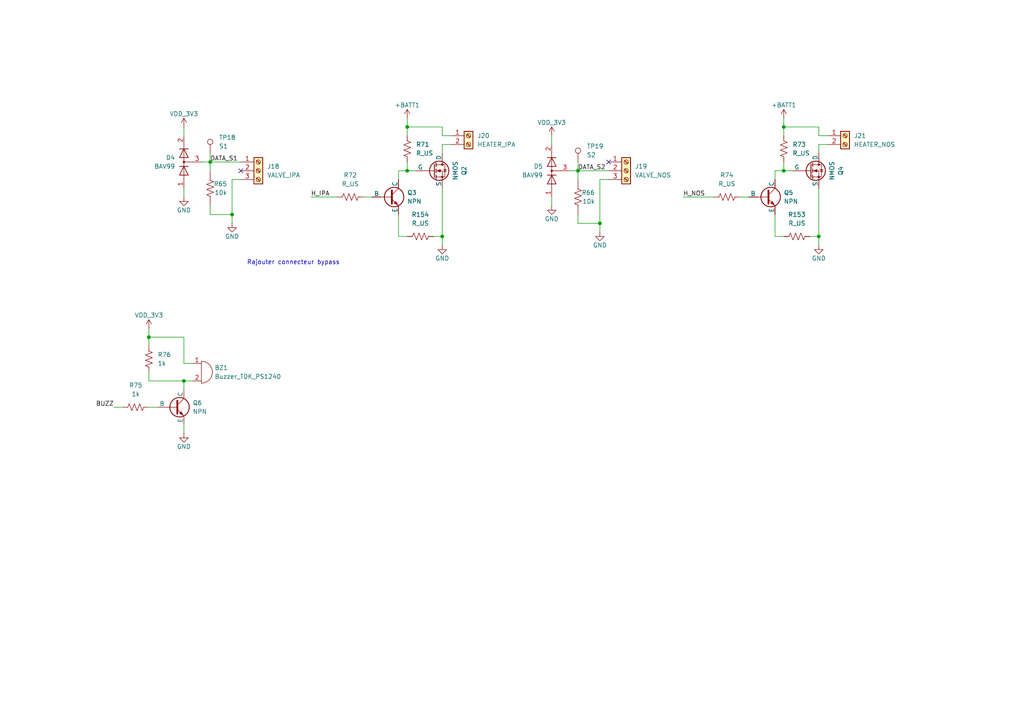
<source format=kicad_sch>
(kicad_sch (version 20250114) (generator "eeschema") (generator_version "9.0")
  (paper "A4")
  (lib_symbols
    (symbol "0CSL_D1_V1:Buzzer_TDK_PS1240" (pin_names (offset 0.0254) (hide yes))
      (property "Reference" "BZ" (at 3.81 1.27 0))
      (property "Value" "Buzzer_TDK_PS1240" (at 3.81 -1.27 0))
      (symbol "Buzzer_TDK_PS1240_0_1"
        (arc (start 0 3.175) (mid 3.1612 0) (end 0 -3.175))
        (polyline (pts (xy 0 3.175) (xy 0 -3.175)))
      )
      (symbol "Buzzer_TDK_PS1240_1_1"
        (pin passive line (at -2.54 2.54 0) (length 2.54) (name "1") (number "1"))
        (pin passive line (at -2.54 -2.54 0) (length 2.54) (name "2") (number "2"))
      )
    )
    (symbol "0CSL_D1_V1:RES0603" (pin_numbers (hide yes)) (pin_names (offset 0))
      (property "Reference" "R" (at 2.54 0 90))
      (property "Value" "RES0603" (at -2.54 0 90))
      (symbol "RES0603_0_1"
        (polyline (pts (xy 0 2.286) (xy 0 2.54)))
        (polyline (pts (xy 0 2.286) (xy 1.016 1.905) (xy 0 1.524) (xy -1.016 1.143) (xy 0 0.762)))
        (polyline (pts (xy 0 0.762) (xy 1.016 0.381) (xy 0 0) (xy -1.016 -0.381) (xy 0 -0.762)))
        (polyline (pts (xy 0 -0.762) (xy 1.016 -1.143) (xy 0 -1.524) (xy -1.016 -1.905) (xy 0 -2.286)))
        (polyline (pts (xy 0 -2.286) (xy 0 -2.54)))
      )
      (symbol "RES0603_1_1"
        (pin passive line (at 0 5.08 270) (length 2.54) (name "~") (number "1"))
        (pin passive line (at 0 -5.08 90) (length 2.54) (name "~") (number "2"))
      )
    )
    (symbol "Connector:Screw_Terminal_01x02" (pin_names (offset 1.016) (hide yes))
      (property "Reference" "J" (at 0 2.54 0))
      (property "Value" "Screw_Terminal_01x02" (at 0 -5.08 0))
      (symbol "Screw_Terminal_01x02_1_1"
        (rectangle (start -1.27 1.27) (end 1.27 -3.81) (stroke (width 0.254)) (fill (type background)))
        (polyline (pts (xy -0.5334 0.3302) (xy 0.3302 -0.508)) (stroke (width 0.1524)))
        (polyline (pts (xy -0.5334 -2.2098) (xy 0.3302 -3.048)) (stroke (width 0.1524)))
        (polyline (pts (xy -0.3556 0.508) (xy 0.508 -0.3302)) (stroke (width 0.1524)))
        (polyline (pts (xy -0.3556 -2.032) (xy 0.508 -2.8702)) (stroke (width 0.1524)))
        (circle (center 0 0) (radius 0.635) (stroke (width 0.1524)))
        (circle (center 0 -2.54) (radius 0.635) (stroke (width 0.1524)))
        (pin passive line (at -5.08 0 0) (length 3.81) (name "Pin_1") (number "1"))
        (pin passive line (at -5.08 -2.54 0) (length 3.81) (name "Pin_2") (number "2"))
      )
    )
    (symbol "Connector:Screw_Terminal_01x03" (pin_names (offset 1.016) (hide yes))
      (property "Reference" "J" (at 0 5.08 0))
      (property "Value" "Screw_Terminal_01x03" (at 0 -5.08 0))
      (symbol "Screw_Terminal_01x03_1_1"
        (rectangle (start -1.27 3.81) (end 1.27 -3.81) (stroke (width 0.254)) (fill (type background)))
        (polyline (pts (xy -0.5334 2.8702) (xy 0.3302 2.032)) (stroke (width 0.1524)))
        (polyline (pts (xy -0.5334 0.3302) (xy 0.3302 -0.508)) (stroke (width 0.1524)))
        (polyline (pts (xy -0.5334 -2.2098) (xy 0.3302 -3.048)) (stroke (width 0.1524)))
        (polyline (pts (xy -0.3556 3.048) (xy 0.508 2.2098)) (stroke (width 0.1524)))
        (polyline (pts (xy -0.3556 0.508) (xy 0.508 -0.3302)) (stroke (width 0.1524)))
        (polyline (pts (xy -0.3556 -2.032) (xy 0.508 -2.8702)) (stroke (width 0.1524)))
        (circle (center 0 2.54) (radius 0.635) (stroke (width 0.1524)))
        (circle (center 0 0) (radius 0.635) (stroke (width 0.1524)))
        (circle (center 0 -2.54) (radius 0.635) (stroke (width 0.1524)))
        (pin passive line (at -5.08 2.54 0) (length 3.81) (name "Pin_1") (number "1"))
        (pin passive line (at -5.08 0 0) (length 3.81) (name "Pin_2") (number "2"))
        (pin passive line (at -5.08 -2.54 0) (length 3.81) (name "Pin_3") (number "3"))
      )
    )
    (symbol "Connector:TestPoint" (pin_numbers (hide yes)) (pin_names (offset 0.762) (hide yes))
      (property "Reference" "TP" (at 0 6.858 0))
      (property "Value" "TestPoint" (at 0 5.08 0))
      (symbol "TestPoint_0_1"
        (circle (center 0 3.302) (radius 0.762))
      )
      (symbol "TestPoint_1_1"
        (pin passive line (at 0 0 90) (length 2.54) (name "1") (number "1"))
      )
    )
    (symbol "Device:R_US" (pin_numbers (hide yes)) (pin_names (offset 0))
      (property "Reference" "R" (at 2.54 0 90))
      (property "Value" "R_US" (at -2.54 0 90))
      (symbol "R_US_0_1"
        (polyline (pts (xy 0 2.286) (xy 0 2.54)))
        (polyline (pts (xy 0 2.286) (xy 1.016 1.905) (xy 0 1.524) (xy -1.016 1.143) (xy 0 0.762)))
        (polyline (pts (xy 0 0.762) (xy 1.016 0.381) (xy 0 0) (xy -1.016 -0.381) (xy 0 -0.762)))
        (polyline (pts (xy 0 -0.762) (xy 1.016 -1.143) (xy 0 -1.524) (xy -1.016 -1.905) (xy 0 -2.286)))
        (polyline (pts (xy 0 -2.286) (xy 0 -2.54)))
      )
      (symbol "R_US_1_1"
        (pin passive line (at 0 3.81 270) (length 1.27) (name "~") (number "1"))
        (pin passive line (at 0 -3.81 90) (length 1.27) (name "~") (number "2"))
      )
    )
    (symbol "Diode:BAV99" (pin_names (hide yes))
      (property "Reference" "D" (at 0 5.08 0))
      (property "Value" "BAV99" (at 0 2.54 0))
      (symbol "BAV99_0_1"
        (polyline (pts (xy -5.08 0) (xy 5.08 0)))
      )
      (symbol "BAV99_1_1"
        (polyline (pts (xy -3.81 1.27) (xy -1.27 0) (xy -3.81 -1.27) (xy -3.81 1.27) (xy -3.81 1.27) (xy -3.81 1.27)) (stroke (width 0.2032)))
        (polyline (pts (xy -1.27 -1.27) (xy -1.27 1.27) (xy -1.27 1.27)) (stroke (width 0.2032)))
        (polyline (pts (xy 0 0) (xy 0 -2.54)))
        (circle (center 0 0) (radius 0.254) (fill (type outline)))
        (polyline (pts (xy 1.27 1.27) (xy 3.81 0) (xy 1.27 -1.27) (xy 1.27 1.27) (xy 1.27 1.27) (xy 1.27 1.27)) (stroke (width 0.2032)))
        (polyline (pts (xy 3.81 1.27) (xy 3.81 -1.27) (xy 3.81 -1.27)) (stroke (width 0.2032)))
        (pin passive line (at -7.62 0 0) (length 2.54) (name "K") (number "1"))
        (pin passive line (at 0 -5.08 90) (length 2.54) (name "K") (number "3"))
        (pin passive line (at 7.62 0 180) (length 2.54) (name "A") (number "2"))
      )
    )
    (symbol "Simulation_SPICE:NMOS" (pin_numbers (hide yes)) (pin_names (offset 0))
      (property "Reference" "Q" (at 5.08 1.27 0))
      (property "Value" "NMOS" (at 5.08 -1.27 0))
      (symbol "NMOS_0_1"
        (polyline (pts (xy 0.254 1.905) (xy 0.254 -1.905)) (stroke (width 0.254)))
        (polyline (pts (xy 0.254 0) (xy -2.54 0)))
        (polyline (pts (xy 0.762 2.286) (xy 0.762 1.27)) (stroke (width 0.254)))
        (polyline (pts (xy 0.762 0.508) (xy 0.762 -0.508)) (stroke (width 0.254)))
        (polyline (pts (xy 0.762 -1.27) (xy 0.762 -2.286)) (stroke (width 0.254)))
        (polyline (pts (xy 0.762 -1.778) (xy 3.302 -1.778) (xy 3.302 1.778) (xy 0.762 1.778)))
        (polyline (pts (xy 1.016 0) (xy 2.032 0.381) (xy 2.032 -0.381) (xy 1.016 0)) (fill (type outline)))
        (circle (center 1.651 0) (radius 2.794) (stroke (width 0.254)))
        (polyline (pts (xy 2.54 2.54) (xy 2.54 1.778)))
        (circle (center 2.54 1.778) (radius 0.254) (fill (type outline)))
        (circle (center 2.54 -1.778) (radius 0.254) (fill (type outline)))
        (polyline (pts (xy 2.54 -2.54) (xy 2.54 0) (xy 0.762 0)))
        (polyline (pts (xy 2.794 0.508) (xy 2.921 0.381) (xy 3.683 0.381) (xy 3.81 0.254)))
        (polyline (pts (xy 3.302 0.381) (xy 2.921 -0.254) (xy 3.683 -0.254) (xy 3.302 0.381)))
      )
      (symbol "NMOS_1_1"
        (pin input line (at -5.08 0 0) (length 2.54) (name "G") (number "2"))
        (pin passive line (at 2.54 5.08 270) (length 2.54) (name "D") (number "1"))
        (pin passive line (at 2.54 -5.08 90) (length 2.54) (name "S") (number "3"))
      )
    )
    (symbol "Simulation_SPICE:NPN" (pin_numbers (hide yes)) (pin_names (offset 0))
      (property "Reference" "Q" (at -2.54 7.62 0))
      (property "Value" "NPN" (at -2.54 5.08 0))
      (symbol "NPN_0_1"
        (polyline (pts (xy -2.54 0) (xy 0.635 0)) (stroke (width 0.1524)))
        (polyline (pts (xy 0.635 1.905) (xy 0.635 -1.905) (xy 0.635 -1.905)) (stroke (width 0.508)))
        (polyline (pts (xy 0.635 0.635) (xy 2.54 2.54)))
        (polyline (pts (xy 0.635 -0.635) (xy 2.54 -2.54) (xy 2.54 -2.54)))
        (circle (center 1.27 0) (radius 2.8194) (stroke (width 0.254)))
        (polyline (pts (xy 1.27 -1.778) (xy 1.778 -1.27) (xy 2.286 -2.286) (xy 1.27 -1.778) (xy 1.27 -1.778)) (fill (type outline)))
        (polyline (pts (xy 2.794 -1.27) (xy 2.794 -1.27)) (stroke (width 0.1524)))
        (polyline (pts (xy 2.794 -1.27) (xy 2.794 -1.27)) (stroke (width 0.1524)))
      )
      (symbol "NPN_1_1"
        (pin input line (at -5.08 0 0) (length 2.54) (name "B") (number "2"))
        (pin open_collector line (at 2.54 5.08 270) (length 2.54) (name "C") (number "1"))
        (pin open_emitter line (at 2.54 -5.08 90) (length 2.54) (name "E") (number "3"))
      )
    )
    (symbol "power:+BATT" (power) (pin_numbers (hide yes)) (pin_names (offset 0) (hide yes))
      (property "Value" "+BATT" (at 0 3.556 0))
      (symbol "+BATT_0_1"
        (polyline (pts (xy -0.762 1.27) (xy 0 2.54)))
        (polyline (pts (xy 0 2.54) (xy 0.762 1.27)))
        (polyline (pts (xy 0 0) (xy 0 2.54)))
      )
      (symbol "+BATT_1_1"
        (pin power_in line (at 0 0 90) (length 0) (name "~") (number "1"))
      )
    )
    (symbol "power:GND" (power) (pin_numbers (hide yes)) (pin_names (offset 0) (hide yes))
      (property "Value" "GND" (at 0 -3.81 0))
      (symbol "GND_0_1"
        (polyline (pts (xy 0 0) (xy 0 -1.27) (xy 1.27 -1.27) (xy 0 -2.54) (xy -1.27 -1.27) (xy 0 -1.27)))
      )
      (symbol "GND_1_1"
        (pin power_in line (at 0 0 270) (length 0) (name "~") (number "1"))
      )
    )
    (symbol "power:VCC" (power) (pin_numbers (hide yes)) (pin_names (offset 0) (hide yes))
      (property "Value" "VCC" (at 0 3.556 0))
      (symbol "VCC_0_1"
        (polyline (pts (xy -0.762 1.27) (xy 0 2.54)))
        (polyline (pts (xy 0 2.54) (xy 0.762 1.27)))
        (polyline (pts (xy 0 0) (xy 0 2.54)))
      )
      (symbol "VCC_1_1"
        (pin power_in line (at 0 0 90) (length 0) (name "~") (number "1"))
      )
    )
  )
  (text "Rajouter connecteur bypass" (at 85.09 76.2 0) (effects (font (size 1.27 1.27))))
  (junction (at 173.99 64.77))
  (junction (at 67.31 62.23))
  (junction (at 60.96 46.99))
  (junction (at 167.64 49.53))
  (junction (at 227.33 49.53))
  (junction (at 227.33 36.83))
  (junction (at 53.34 110.49))
  (junction (at 237.49 68.58))
  (junction (at 43.18 97.79))
  (junction (at 128.27 68.58))
  (junction (at 118.11 49.53))
  (junction (at 118.11 36.83))
  (no_connect (at 176.53 46.99))
  (no_connect (at 69.85 49.53))
  (wire (pts (xy 227.33 46.99) (xy 227.33 49.53)))
  (wire (pts (xy 237.49 39.37) (xy 240.03 39.37)))
  (wire (pts (xy 214.63 57.15) (xy 217.17 57.15)))
  (wire (pts (xy 167.64 62.23) (xy 167.64 64.77)))
  (wire (pts (xy 198.12 57.15) (xy 207.01 57.15)))
  (wire (pts (xy 53.34 97.79) (xy 53.34 105.41)))
  (wire (pts (xy 234.95 68.58) (xy 237.49 68.58)))
  (wire (pts (xy 237.49 54.61) (xy 237.49 68.58)))
  (wire (pts (xy 67.31 64.77) (xy 67.31 62.23)))
  (wire (pts (xy 90.17 57.15) (xy 97.79 57.15)))
  (wire (pts (xy 165.1 49.53) (xy 167.64 49.53)))
  (wire (pts (xy 115.57 52.07) (xy 115.57 49.53)))
  (wire (pts (xy 227.33 36.83) (xy 227.33 39.37)))
  (wire (pts (xy 43.18 97.79) (xy 43.18 100.33)))
  (wire (pts (xy 58.42 46.99) (xy 60.96 46.99)))
  (wire (pts (xy 227.33 36.83) (xy 237.49 36.83)))
  (wire (pts (xy 227.33 49.53) (xy 229.87 49.53)))
  (wire (pts (xy 105.41 57.15) (xy 107.95 57.15)))
  (wire (pts (xy 173.99 52.07) (xy 176.53 52.07)))
  (wire (pts (xy 160.02 39.37) (xy 160.02 41.91)))
  (wire (pts (xy 237.49 68.58) (xy 237.49 71.12)))
  (wire (pts (xy 173.99 64.77) (xy 167.64 64.77)))
  (wire (pts (xy 237.49 41.91) (xy 237.49 44.45)))
  (wire (pts (xy 43.18 97.79) (xy 53.34 97.79)))
  (wire (pts (xy 167.64 46.99) (xy 167.64 49.53)))
  (wire (pts (xy 128.27 54.61) (xy 128.27 68.58)))
  (wire (pts (xy 118.11 34.29) (xy 118.11 36.83)))
  (wire (pts (xy 118.11 49.53) (xy 120.65 49.53)))
  (wire (pts (xy 60.96 46.99) (xy 60.96 49.53)))
  (wire (pts (xy 43.18 110.49) (xy 53.34 110.49)))
  (wire (pts (xy 224.79 52.07) (xy 224.79 49.53)))
  (wire (pts (xy 224.79 62.23) (xy 224.79 68.58)))
  (wire (pts (xy 53.34 105.41) (xy 55.88 105.41)))
  (wire (pts (xy 115.57 49.53) (xy 118.11 49.53)))
  (wire (pts (xy 128.27 39.37) (xy 130.81 39.37)))
  (wire (pts (xy 53.34 110.49) (xy 53.34 113.03)))
  (wire (pts (xy 67.31 52.07) (xy 69.85 52.07)))
  (wire (pts (xy 167.64 49.53) (xy 167.64 52.07)))
  (wire (pts (xy 53.34 57.15) (xy 53.34 54.61)))
  (wire (pts (xy 118.11 46.99) (xy 118.11 49.53)))
  (wire (pts (xy 60.96 59.69) (xy 60.96 62.23)))
  (wire (pts (xy 240.03 41.91) (xy 237.49 41.91)))
  (wire (pts (xy 55.88 110.49) (xy 53.34 110.49)))
  (wire (pts (xy 115.57 68.58) (xy 118.11 68.58)))
  (wire (pts (xy 60.96 46.99) (xy 69.85 46.99)))
  (wire (pts (xy 67.31 52.07) (xy 67.31 62.23)))
  (wire (pts (xy 53.34 36.83) (xy 53.34 39.37)))
  (wire (pts (xy 125.73 68.58) (xy 128.27 68.58)))
  (wire (pts (xy 60.96 44.45) (xy 60.96 46.99)))
  (wire (pts (xy 33.02 118.11) (xy 35.56 118.11)))
  (wire (pts (xy 173.99 52.07) (xy 173.99 64.77)))
  (wire (pts (xy 43.18 118.11) (xy 45.72 118.11)))
  (wire (pts (xy 118.11 36.83) (xy 128.27 36.83)))
  (wire (pts (xy 128.27 36.83) (xy 128.27 39.37)))
  (wire (pts (xy 173.99 67.31) (xy 173.99 64.77)))
  (wire (pts (xy 167.64 49.53) (xy 176.53 49.53)))
  (wire (pts (xy 67.31 62.23) (xy 60.96 62.23)))
  (wire (pts (xy 130.81 41.91) (xy 128.27 41.91)))
  (wire (pts (xy 43.18 95.25) (xy 43.18 97.79)))
  (wire (pts (xy 227.33 34.29) (xy 227.33 36.83)))
  (wire (pts (xy 224.79 49.53) (xy 227.33 49.53)))
  (wire (pts (xy 128.27 41.91) (xy 128.27 44.45)))
  (wire (pts (xy 115.57 62.23) (xy 115.57 68.58)))
  (wire (pts (xy 53.34 123.19) (xy 53.34 125.73)))
  (wire (pts (xy 118.11 36.83) (xy 118.11 39.37)))
  (wire (pts (xy 43.18 107.95) (xy 43.18 110.49)))
  (wire (pts (xy 128.27 68.58) (xy 128.27 71.12)))
  (wire (pts (xy 237.49 36.83) (xy 237.49 39.37)))
  (wire (pts (xy 224.79 68.58) (xy 227.33 68.58)))
  (wire (pts (xy 160.02 59.69) (xy 160.02 57.15)))
  (label "DATA_S1" (at 60.96 46.99 0))
  (label "BUZZ" (at 33.02 118.11 180))
  (label "H_IPA" (at 90.17 57.15 0))
  (label "H_NOS" (at 198.12 57.15 0))
  (label "DATA_S2" (at 167.64 49.53 0))
  (symbol (lib_id "Connector:Screw_Terminal_01x03") (at 74.93 49.53 0) (unit 1)
    (property "Reference" "J18" (at 77.47 48.2599 0) (effects (justify left)))
    (property "Value" "VALVE_IPA" (at 77.47 50.7999 0) (effects (justify left)))
    (property "Description" "Generic screw terminal, single row, 01x03, script generated (kicad-library-utils/schlib/autogen/connector/)" (effects (hide yes)))
  )
  (symbol (lib_id "Connector:Screw_Terminal_01x03") (at 181.61 49.53 0) (unit 1)
    (property "Reference" "J19" (at 184.15 48.2599 0) (effects (justify left)))
    (property "Value" "VALVE_NOS" (at 184.15 50.7999 0) (effects (justify left)))
    (property "Description" "Generic screw terminal, single row, 01x03, script generated (kicad-library-utils/schlib/autogen/connector/)" (effects (hide yes)))
  )
  (symbol (lib_id "Device:R_US") (at 118.11 43.18 0) (unit 1)
    (property "Reference" "R71" (at 120.65 41.9099 0) (effects (justify left)))
    (property "Value" "R_US" (at 120.65 44.4499 0) (effects (justify left)))
    (property "Footprint" "Resistor_SMD:R_0603_1608Metric" (effects (hide yes)))
    (property "Description" "Resistor, US symbol" (effects (hide yes)))
  )
  (symbol (lib_id "Diode:BAV99") (at 53.34 46.99 90) (unit 1)
    (property "Reference" "D4" (at 50.8 45.7199 90) (effects (justify left)))
    (property "Value" "BAV99" (at 50.8 48.2599 90) (effects (justify left)))
    (property "Footprint" "Package_TO_SOT_SMD:SOT-23" (effects (hide yes)))
    (property "Datasheet" "https://diotec.com/request/datasheet/bav99.pdf" (effects (hide yes)))
    (property "Description" "BAV99 High-speed switching diodes, SOT-23" (effects (hide yes)))
    (property "Part Number" "4878-BAV99CT-ND" (effects (hide yes)))
    (property "Link" "https://www.digikey.ca/en/products/detail/stmicroelectronics/USBLC6-2SC6/1040559" (effects (hide yes)))
  )
  (symbol (lib_id "Connector:Screw_Terminal_01x02") (at 245.11 39.37 0) (unit 1)
    (property "Reference" "J21" (at 247.65 39.3699 0) (effects (justify left)))
    (property "Value" "HEATER_NOS" (at 247.65 41.9099 0) (effects (justify left)))
    (property "Description" "Generic screw terminal, single row, 01x02, script generated (kicad-library-utils/schlib/autogen/connector/)" (effects (hide yes)))
  )
  (symbol (lib_id "Device:R_US") (at 231.14 68.58 270) (unit 1)
    (property "Reference" "R153" (at 231.14 62.23 90))
    (property "Value" "R_US" (at 231.14 64.77 90))
    (property "Footprint" "Resistor_SMD:R_0603_1608Metric" (effects (hide yes)))
    (property "Description" "Resistor, US symbol" (effects (hide yes)))
  )
  (symbol (lib_id "power:VCC") (at 43.18 95.25 0) (unit 1)
    (property "Reference" "#PWR0137" (effects (hide yes)))
    (property "Value" "VDD_3V3" (at 43.18 91.44 0))
    (property "Description" "Power symbol creates a global label with name \"VCC\"" (effects (hide yes)))
  )
  (symbol (lib_id "power:GND") (at 67.31 64.77 0) (unit 1)
    (property "Reference" "#PWR0158" (effects (hide yes)))
    (property "Value" "GND" (at 67.31 68.58 0))
    (property "Description" "Power symbol creates a global label with name \"GND\" , ground" (effects (hide yes)))
  )
  (symbol (lib_id "Simulation_SPICE:NPN") (at 50.8 118.11 0) (unit 1)
    (property "Reference" "Q6" (at 55.88 116.8399 0) (effects (justify left)))
    (property "Value" "NPN" (at 55.88 119.3799 0) (effects (justify left)))
    (property "Datasheet" "https://ngspice.sourceforge.io/docs/ngspice-html-manual/manual.xhtml#cha_BJTs" (effects (hide yes)))
    (property "Description" "Bipolar transistor symbol for simulation only, substrate tied to the emitter" (effects (hide yes)))
    (property "Sim.Device" "NPN" (effects (hide yes)))
    (property "Sim.Type" "GUMMELPOON" (effects (hide yes)))
    (property "Sim.Pins" "1=C 2=B 3=E" (effects (hide yes)))
  )
  (symbol (lib_id "power:GND") (at 160.02 59.69 0) (unit 1)
    (property "Reference" "#PWR099" (effects (hide yes)))
    (property "Value" "GND" (at 160.02 63.5 0))
    (property "Description" "Power symbol creates a global label with name \"GND\" , ground" (effects (hide yes)))
  )
  (symbol (lib_id "Device:R_US") (at 43.18 104.14 0) (unit 1)
    (property "Reference" "R76" (at 45.72 102.8699 0) (effects (justify left)))
    (property "Value" "1k" (at 45.72 105.4099 0) (effects (justify left)))
    (property "Footprint" "Resistor_SMD:R_0603_1608Metric" (effects (hide yes)))
    (property "Description" "Resistor, US symbol" (effects (hide yes)))
  )
  (symbol (lib_id "Connector:TestPoint") (at 167.64 46.99 0) (unit 1)
    (property "Reference" "TP19" (at 170.18 42.4179 0) (effects (justify left)))
    (property "Value" "S2" (at 170.18 44.9579 0) (effects (justify left)))
    (property "Description" "test point" (effects (hide yes)))
  )
  (symbol (lib_id "0CSL_D1_V1:Buzzer_TDK_PS1240") (at 58.42 107.95 0) (unit 1)
    (property "Reference" "BZ1" (at 62.23 106.6799 0) (effects (justify left)))
    (property "Value" "Buzzer_TDK_PS1240" (at 62.23 109.2199 0) (effects (justify left)))
    (property "Footprint" "0CSL_D1_V1:Buzzer_TDK_PS1240P02BT_D12.2mmP5mm" (effects (hide yes)))
    (property "Description" "Buzzers Transducer, Externally Driven Piezo 3 V - 4kHz 60dB @ 3V, 10cm Through Hole PC Pins" (effects (hide yes)))
    (property "Cost" "$0.91" (effects (hide yes)))
    (property "Manufacturer Part Number" "PS1240P02BT" (effects (hide yes)))
    (property "Mfg #1" "TDK Corporation" (effects (hide yes)))
    (property "No Digikey" "445-2525-1-ND" (effects (hide yes)))
    (property "Projet" "PR4_2022 Andre pour Sandrine Lacroix-Pierre" (effects (hide yes)))
    (property "Projet Prealable" "Mod de la lib KiKad" (effects (hide yes)))
  )
  (symbol (lib_id "Device:R_US") (at 121.92 68.58 270) (unit 1)
    (property "Reference" "R154" (at 121.92 62.23 90))
    (property "Value" "R_US" (at 121.92 64.77 90))
    (property "Footprint" "Resistor_SMD:R_0603_1608Metric" (effects (hide yes)))
    (property "Description" "Resistor, US symbol" (effects (hide yes)))
  )
  (symbol (lib_id "0CSL_D1_V1:RES0603") (at 60.96 54.61 0) (unit 1)
    (property "Reference" "R65" (at 61.976 53.34 0) (effects (justify left)))
    (property "Value" "10k" (at 62.23 55.88 0) (effects (justify left)))
    (property "Footprint" "Resistor_SMD:R_0603_1608Metric_Pad0.98x0.95mm_HandSolder" (effects (hide yes)))
    (property "Description" "Resistor, symbole Americain mise en boîte SMD 0603 pour montage manuel" (effects (hide yes)))
    (property "Part Number" "RMCF0603JT10K0CT-ND" (effects (hide yes)))
  )
  (symbol (lib_id "power:GND") (at 128.27 71.12 0) (unit 1)
    (property "Reference" "#PWR0135" (effects (hide yes)))
    (property "Value" "GND" (at 128.27 74.93 0))
    (property "Description" "Power symbol creates a global label with name \"GND\" , ground" (effects (hide yes)))
  )
  (symbol (lib_id "Device:R_US") (at 210.82 57.15 90) (unit 1)
    (property "Reference" "R74" (at 210.82 50.8 90))
    (property "Value" "R_US" (at 210.82 53.34 90))
    (property "Footprint" "Resistor_SMD:R_0603_1608Metric" (effects (hide yes)))
    (property "Description" "Resistor, US symbol" (effects (hide yes)))
  )
  (symbol (lib_id "Simulation_SPICE:NMOS") (at 234.95 49.53 0) (unit 1)
    (property "Reference" "Q4" (at 243.84 49.53 90))
    (property "Value" "NMOS" (at 241.3 49.53 90))
    (property "Datasheet" "https://ngspice.sourceforge.io/docs/ngspice-html-manual/manual.xhtml#cha_MOSFETs" (effects (hide yes)))
    (property "Description" "N-MOSFET transistor, drain/source/gate" (effects (hide yes)))
    (property "Sim.Device" "NMOS" (effects (hide yes)))
    (property "Sim.Type" "VDMOS" (effects (hide yes)))
    (property "Sim.Pins" "1=D 2=G 3=S" (effects (hide yes)))
  )
  (symbol (lib_id "Diode:BAV99") (at 160.02 49.53 90) (unit 1)
    (property "Reference" "D5" (at 157.48 48.2599 90) (effects (justify left)))
    (property "Value" "BAV99" (at 157.48 50.7999 90) (effects (justify left)))
    (property "Footprint" "Package_TO_SOT_SMD:SOT-23" (effects (hide yes)))
    (property "Datasheet" "https://diotec.com/request/datasheet/bav99.pdf" (effects (hide yes)))
    (property "Description" "BAV99 High-speed switching diodes, SOT-23" (effects (hide yes)))
    (property "Part Number" "4878-BAV99CT-ND" (effects (hide yes)))
    (property "Link" "https://www.digikey.ca/en/products/detail/stmicroelectronics/USBLC6-2SC6/1040559" (effects (hide yes)))
  )
  (symbol (lib_id "power:GND") (at 173.99 67.31 0) (unit 1)
    (property "Reference" "#PWR0102" (effects (hide yes)))
    (property "Value" "GND" (at 173.99 71.12 0))
    (property "Description" "Power symbol creates a global label with name \"GND\" , ground" (effects (hide yes)))
  )
  (symbol (lib_id "Device:R_US") (at 101.6 57.15 90) (unit 1)
    (property "Reference" "R72" (at 101.6 50.8 90))
    (property "Value" "R_US" (at 101.6 53.34 90))
    (property "Footprint" "Resistor_SMD:R_0603_1608Metric" (effects (hide yes)))
    (property "Description" "Resistor, US symbol" (effects (hide yes)))
  )
  (symbol (lib_id "Simulation_SPICE:NPN") (at 113.03 57.15 0) (unit 1)
    (property "Reference" "Q3" (at 118.11 55.8799 0) (effects (justify left)))
    (property "Value" "NPN" (at 118.11 58.4199 0) (effects (justify left)))
    (property "Datasheet" "https://ngspice.sourceforge.io/docs/ngspice-html-manual/manual.xhtml#cha_BJTs" (effects (hide yes)))
    (property "Description" "Bipolar transistor symbol for simulation only, substrate tied to the emitter" (effects (hide yes)))
    (property "Sim.Device" "NPN" (effects (hide yes)))
    (property "Sim.Type" "GUMMELPOON" (effects (hide yes)))
    (property "Sim.Pins" "1=C 2=B 3=E" (effects (hide yes)))
  )
  (symbol (lib_id "power:VCC") (at 53.34 36.83 0) (unit 1)
    (property "Reference" "#PWR0132" (effects (hide yes)))
    (property "Value" "VDD_3V3" (at 53.34 33.02 0))
    (property "Description" "Power symbol creates a global label with name \"VCC\"" (effects (hide yes)))
  )
  (symbol (lib_id "power:GND") (at 53.34 57.15 0) (unit 1)
    (property "Reference" "#PWR0157" (effects (hide yes)))
    (property "Value" "GND" (at 53.34 60.96 0))
    (property "Description" "Power symbol creates a global label with name \"GND\" , ground" (effects (hide yes)))
  )
  (symbol (lib_id "Simulation_SPICE:NMOS") (at 125.73 49.53 0) (unit 1)
    (property "Reference" "Q2" (at 134.62 49.53 90))
    (property "Value" "NMOS" (at 132.08 49.53 90))
    (property "Datasheet" "https://ngspice.sourceforge.io/docs/ngspice-html-manual/manual.xhtml#cha_MOSFETs" (effects (hide yes)))
    (property "Description" "N-MOSFET transistor, drain/source/gate" (effects (hide yes)))
    (property "Sim.Device" "NMOS" (effects (hide yes)))
    (property "Sim.Type" "VDMOS" (effects (hide yes)))
    (property "Sim.Pins" "1=D 2=G 3=S" (effects (hide yes)))
  )
  (symbol (lib_id "Connector:TestPoint") (at 60.96 44.45 0) (unit 1)
    (property "Reference" "TP18" (at 63.5 39.8779 0) (effects (justify left)))
    (property "Value" "S1" (at 63.5 42.4179 0) (effects (justify left)))
    (property "Description" "test point" (effects (hide yes)))
  )
  (symbol (lib_id "Simulation_SPICE:NPN") (at 222.25 57.15 0) (unit 1)
    (property "Reference" "Q5" (at 227.33 55.8799 0) (effects (justify left)))
    (property "Value" "NPN" (at 227.33 58.4199 0) (effects (justify left)))
    (property "Datasheet" "https://ngspice.sourceforge.io/docs/ngspice-html-manual/manual.xhtml#cha_BJTs" (effects (hide yes)))
    (property "Description" "Bipolar transistor symbol for simulation only, substrate tied to the emitter" (effects (hide yes)))
    (property "Sim.Device" "NPN" (effects (hide yes)))
    (property "Sim.Type" "GUMMELPOON" (effects (hide yes)))
    (property "Sim.Pins" "1=C 2=B 3=E" (effects (hide yes)))
  )
  (symbol (lib_id "0CSL_D1_V1:RES0603") (at 167.64 57.15 0) (unit 1)
    (property "Reference" "R66" (at 168.656 55.88 0) (effects (justify left)))
    (property "Value" "10k" (at 168.91 58.42 0) (effects (justify left)))
    (property "Footprint" "Resistor_SMD:R_0603_1608Metric_Pad0.98x0.95mm_HandSolder" (effects (hide yes)))
    (property "Description" "Resistor, symbole Americain mise en boîte SMD 0603 pour montage manuel" (effects (hide yes)))
    (property "Part Number" "RMCF0603JT10K0CT-ND" (effects (hide yes)))
  )
  (symbol (lib_id "power:+BATT") (at 227.33 34.29 0) (unit 1)
    (property "Reference" "#PWR0143" (effects (hide yes)))
    (property "Value" "+BATT1" (at 227.33 30.48 0))
    (property "Description" "Power symbol creates a global label with name \"+BATT\"" (effects (hide yes)))
  )
  (symbol (lib_id "Device:R_US") (at 227.33 43.18 0) (unit 1)
    (property "Reference" "R73" (at 229.87 41.9099 0) (effects (justify left)))
    (property "Value" "R_US" (at 229.87 44.4499 0) (effects (justify left)))
    (property "Footprint" "Resistor_SMD:R_0603_1608Metric" (effects (hide yes)))
    (property "Description" "Resistor, US symbol" (effects (hide yes)))
  )
  (symbol (lib_id "power:+BATT") (at 118.11 34.29 0) (unit 1)
    (property "Reference" "#PWR0142" (effects (hide yes)))
    (property "Value" "+BATT1" (at 118.11 30.48 0))
    (property "Description" "Power symbol creates a global label with name \"+BATT\"" (effects (hide yes)))
  )
  (symbol (lib_id "Device:R_US") (at 39.37 118.11 90) (unit 1)
    (property "Reference" "R75" (at 39.37 111.76 90))
    (property "Value" "1k" (at 39.37 114.3 90))
    (property "Footprint" "Resistor_SMD:R_0603_1608Metric" (effects (hide yes)))
    (property "Description" "Resistor, US symbol" (effects (hide yes)))
  )
  (symbol (lib_id "power:VCC") (at 160.02 39.37 0) (unit 1)
    (property "Reference" "#PWR090" (effects (hide yes)))
    (property "Value" "VDD_3V3" (at 160.02 35.56 0))
    (property "Description" "Power symbol creates a global label with name \"VCC\"" (effects (hide yes)))
  )
  (symbol (lib_id "power:GND") (at 237.49 71.12 0) (unit 1)
    (property "Reference" "#PWR0136" (effects (hide yes)))
    (property "Value" "GND" (at 237.49 74.93 0))
    (property "Description" "Power symbol creates a global label with name \"GND\" , ground" (effects (hide yes)))
  )
  (symbol (lib_id "Connector:Screw_Terminal_01x02") (at 135.89 39.37 0) (unit 1)
    (property "Reference" "J20" (at 138.43 39.3699 0) (effects (justify left)))
    (property "Value" "HEATER_IPA" (at 138.43 41.9099 0) (effects (justify left)))
    (property "Description" "Generic screw terminal, single row, 01x02, script generated (kicad-library-utils/schlib/autogen/connector/)" (effects (hide yes)))
  )
  (symbol (lib_id "power:GND") (at 53.34 125.73 0) (unit 1)
    (property "Reference" "#PWR04" (effects (hide yes)))
    (property "Value" "GND" (at 53.34 129.54 0))
    (property "Description" "Power symbol creates a global label with name \"GND\" , ground" (effects (hide yes)))
  )
)
</source>
